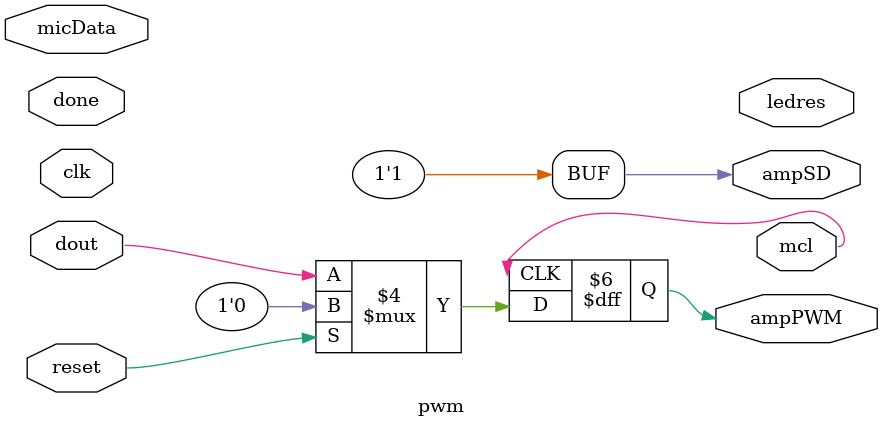
<source format=v>
module pwm
(
	input 		reset,	
	output 		ledres,
	input		clk,
	output		mcl,
        input           micData,    
        output    reg   ampPWM,
        output    reg	ampSD,
	input     	dout,
	input 		done
//	input 		empty1
 //

);


initial ampSD <= 1;
//initial done1<= 0;

always @(posedge  mcl )
begin

	if (reset)
		begin
     		ampPWM<=0;
    		end 
	else 
		begin
		ampPWM<=dout;
		
		end
		

		
	
end

endmodule

</source>
